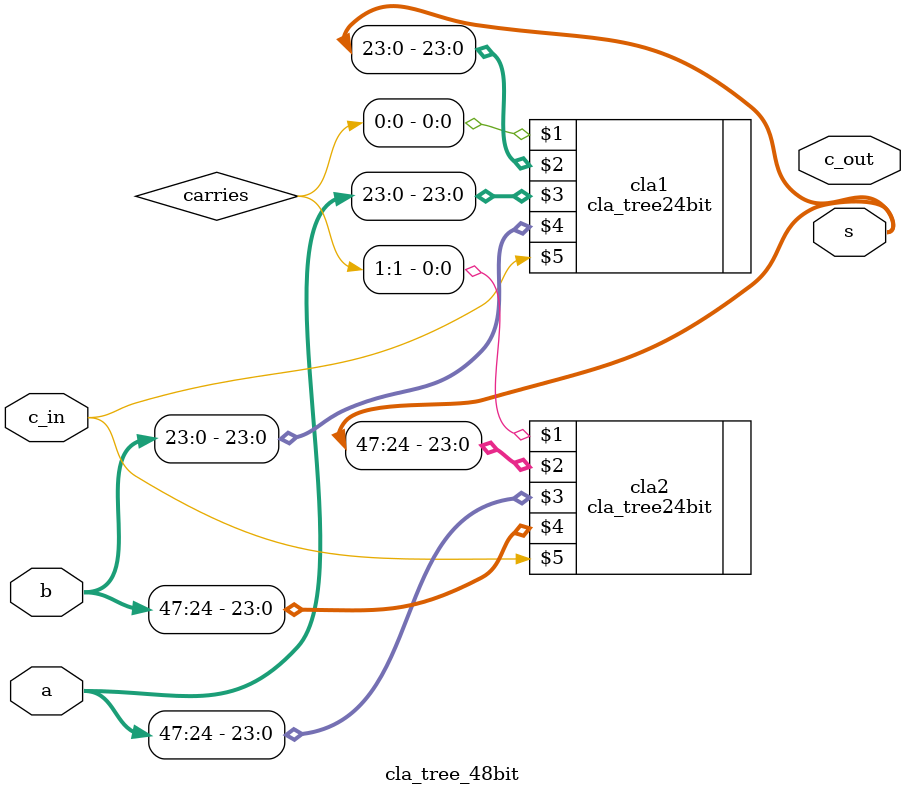
<source format=v>
`timescale 1ns / 1ps
module cla_tree_48bit(c_out, s, a, b, c_in);

    output  [50:0] s;
    output  c_out;

    input   [50:0] a;
    input   [50:0] b;
    input   c_in;
   
    wire    [2:0] carries;
    wire    [2:0] sums;

    cla_tree24bit cla1(carries[0], s[23:0], a[23:0], b[23:0], c_in);
    cla_tree24bit cla2(carries[1], s[47:24], a[47:24], b[47:24], c_in);

endmodule

</source>
